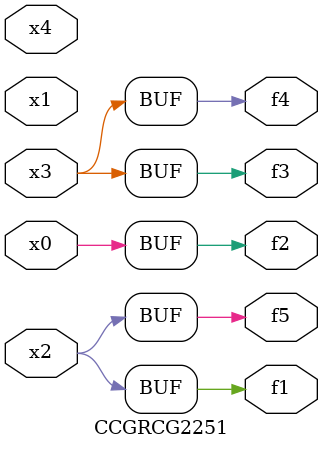
<source format=v>
module CCGRCG2251(
	input x0, x1, x2, x3, x4,
	output f1, f2, f3, f4, f5
);
	assign f1 = x2;
	assign f2 = x0;
	assign f3 = x3;
	assign f4 = x3;
	assign f5 = x2;
endmodule

</source>
